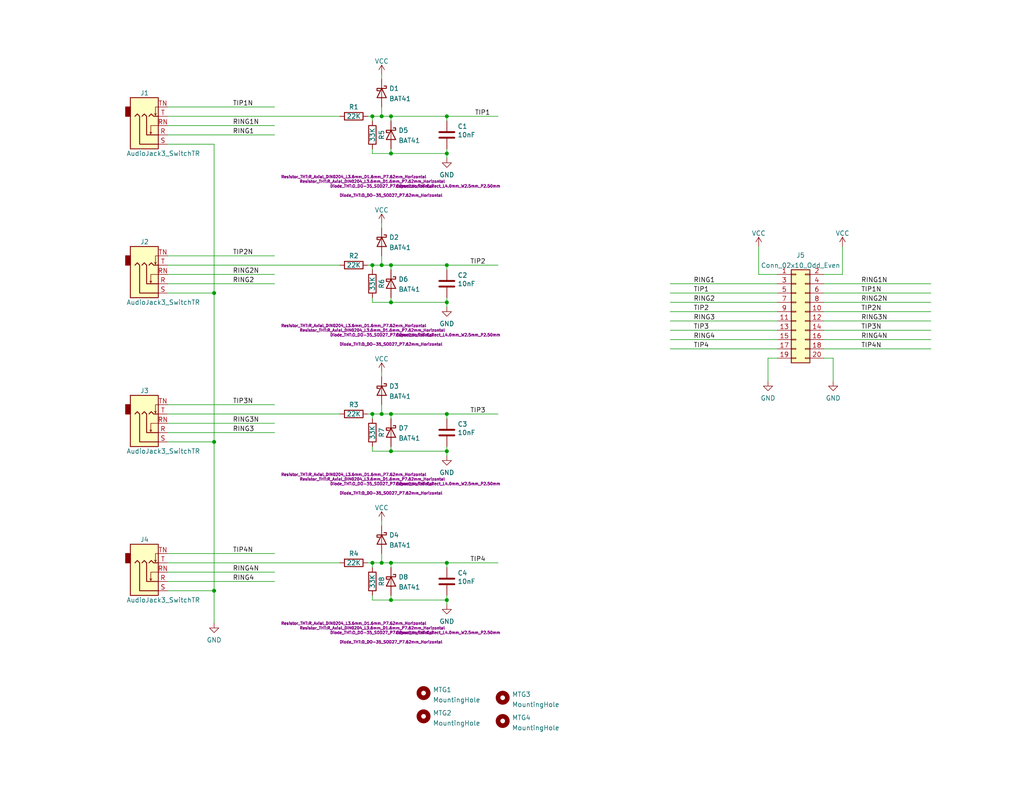
<source format=kicad_sch>
(kicad_sch (version 20211123) (generator eeschema)
  (paper "A")
  (title_block (date "2022-10-03") (rev "1"))
  (lib_symbols
    (symbol "Connector:AudioJack3_SwitchTR"
      (property "Reference" "J" (at 0 8.89 0))
      (property "Value" "AudioJack3_SwitchTR" (at 0 6.35 0))
      (symbol "AudioJack3_SwitchTR_0_1"
        (rectangle (start -5.08 -5.08) (end -6.35 -7.62) (stroke (width 0.254)) (fill (type outline)))
        (polyline (pts (xy 0.508 -0.254) (xy 0.762 -0.762)))
        (polyline (pts (xy 1.778 -5.334) (xy 2.032 -5.842)))
        (polyline (pts (xy 0 -5.08) (xy 0.635 -5.715) (xy 1.27 -5.08) (xy 2.54 -5.08)) (stroke (width 0.254)))
        (polyline (pts (xy 2.54 -7.62) (xy 1.778 -7.62) (xy 1.778 -5.334) (xy 1.524 -5.842)))
        (polyline (pts (xy 2.54 -2.54) (xy 0.508 -2.54) (xy 0.508 -0.254) (xy 0.254 -0.762)))
        (polyline (pts (xy -1.905 -5.08) (xy -1.27 -5.715) (xy -0.635 -5.08) (xy -0.635 0) (xy 2.54 0)) (stroke (width 0.254)))
        (polyline (pts (xy 2.54 2.54) (xy -2.54 2.54) (xy -2.54 -5.08) (xy -3.175 -5.715) (xy -3.81 -5.08)) (stroke (width 0.254)))
        (rectangle (start 2.54 3.81) (end -5.08 -10.16) (stroke (width 0.254)) (fill (type background)))
      )
      (symbol "AudioJack3_SwitchTR_1_1"
        (pin passive line (at 5.08 0 180) (length 2.54) (name "~") (number "R"))
        (pin passive line (at 5.08 -2.54 180) (length 2.54) (name "~") (number "RN"))
        (pin passive line (at 5.08 2.54 180) (length 2.54) (name "~") (number "S"))
        (pin passive line (at 5.08 -5.08 180) (length 2.54) (name "~") (number "T"))
        (pin passive line (at 5.08 -7.62 180) (length 2.54) (name "~") (number "TN"))
      )
    )
    (symbol "Connector_Generic:Conn_02x10_Odd_Even" (pin_names (offset 1.016) hide)
      (property "Reference" "J" (at 1.27 12.7 0))
      (property "Value" "Conn_02x10_Odd_Even" (at 1.27 -15.24 0))
      (symbol "Conn_02x10_Odd_Even_1_1"
        (rectangle (start -1.27 -12.573) (end 0 -12.827) (stroke (width 0.1524)))
        (rectangle (start -1.27 -10.033) (end 0 -10.287) (stroke (width 0.1524)))
        (rectangle (start -1.27 -7.493) (end 0 -7.747) (stroke (width 0.1524)))
        (rectangle (start -1.27 -4.953) (end 0 -5.207) (stroke (width 0.1524)))
        (rectangle (start -1.27 -2.413) (end 0 -2.667) (stroke (width 0.1524)))
        (rectangle (start -1.27 0.127) (end 0 -0.127) (stroke (width 0.1524)))
        (rectangle (start -1.27 2.667) (end 0 2.413) (stroke (width 0.1524)))
        (rectangle (start -1.27 5.207) (end 0 4.953) (stroke (width 0.1524)))
        (rectangle (start -1.27 7.747) (end 0 7.493) (stroke (width 0.1524)))
        (rectangle (start -1.27 10.287) (end 0 10.033) (stroke (width 0.1524)))
        (rectangle (start -1.27 11.43) (end 3.81 -13.97) (stroke (width 0.254)) (fill (type background)))
        (rectangle (start 3.81 -12.573) (end 2.54 -12.827) (stroke (width 0.1524)))
        (rectangle (start 3.81 -10.033) (end 2.54 -10.287) (stroke (width 0.1524)))
        (rectangle (start 3.81 -7.493) (end 2.54 -7.747) (stroke (width 0.1524)))
        (rectangle (start 3.81 -4.953) (end 2.54 -5.207) (stroke (width 0.1524)))
        (rectangle (start 3.81 -2.413) (end 2.54 -2.667) (stroke (width 0.1524)))
        (rectangle (start 3.81 0.127) (end 2.54 -0.127) (stroke (width 0.1524)))
        (rectangle (start 3.81 2.667) (end 2.54 2.413) (stroke (width 0.1524)))
        (rectangle (start 3.81 5.207) (end 2.54 4.953) (stroke (width 0.1524)))
        (rectangle (start 3.81 7.747) (end 2.54 7.493) (stroke (width 0.1524)))
        (rectangle (start 3.81 10.287) (end 2.54 10.033) (stroke (width 0.1524)))
        (pin passive line (at -5.08 10.16 0) (length 3.81) (name "Pin_1") (number "1"))
        (pin passive line (at 7.62 0 180) (length 3.81) (name "Pin_10") (number "10"))
        (pin passive line (at -5.08 -2.54 0) (length 3.81) (name "Pin_11") (number "11"))
        (pin passive line (at 7.62 -2.54 180) (length 3.81) (name "Pin_12") (number "12"))
        (pin passive line (at -5.08 -5.08 0) (length 3.81) (name "Pin_13") (number "13"))
        (pin passive line (at 7.62 -5.08 180) (length 3.81) (name "Pin_14") (number "14"))
        (pin passive line (at -5.08 -7.62 0) (length 3.81) (name "Pin_15") (number "15"))
        (pin passive line (at 7.62 -7.62 180) (length 3.81) (name "Pin_16") (number "16"))
        (pin passive line (at -5.08 -10.16 0) (length 3.81) (name "Pin_17") (number "17"))
        (pin passive line (at 7.62 -10.16 180) (length 3.81) (name "Pin_18") (number "18"))
        (pin passive line (at -5.08 -12.7 0) (length 3.81) (name "Pin_19") (number "19"))
        (pin passive line (at 7.62 10.16 180) (length 3.81) (name "Pin_2") (number "2"))
        (pin passive line (at 7.62 -12.7 180) (length 3.81) (name "Pin_20") (number "20"))
        (pin passive line (at -5.08 7.62 0) (length 3.81) (name "Pin_3") (number "3"))
        (pin passive line (at 7.62 7.62 180) (length 3.81) (name "Pin_4") (number "4"))
        (pin passive line (at -5.08 5.08 0) (length 3.81) (name "Pin_5") (number "5"))
        (pin passive line (at 7.62 5.08 180) (length 3.81) (name "Pin_6") (number "6"))
        (pin passive line (at -5.08 2.54 0) (length 3.81) (name "Pin_7") (number "7"))
        (pin passive line (at 7.62 2.54 180) (length 3.81) (name "Pin_8") (number "8"))
        (pin passive line (at -5.08 0 0) (length 3.81) (name "Pin_9") (number "9"))
      )
    )
    (symbol "Device:C" (pin_numbers hide) (pin_names (offset 0.254))
      (property "Reference" "C" (at 0.635 2.54 0))
      (property "Value" "C" (at 0.635 -2.54 0))
      (symbol "C_0_1"
        (polyline (pts (xy -2.032 -0.762) (xy 2.032 -0.762)) (stroke (width 0.508)))
        (polyline (pts (xy -2.032 0.762) (xy 2.032 0.762)) (stroke (width 0.508)))
      )
      (symbol "C_1_1"
        (pin passive line (at 0 3.81 270) (length 2.794) (name "~") (number "1"))
        (pin passive line (at 0 -3.81 90) (length 2.794) (name "~") (number "2"))
      )
    )
    (symbol "Device:D_Schottky" (pin_numbers hide) (pin_names (offset 1.016) hide)
      (property "Reference" "D" (at 0 2.54 0))
      (property "Value" "D_Schottky" (at 0 -2.54 0))
      (symbol "D_Schottky_0_1"
        (polyline (pts (xy 1.27 0) (xy -1.27 0)))
        (polyline (pts (xy 1.27 1.27) (xy 1.27 -1.27) (xy -1.27 0) (xy 1.27 1.27)) (stroke (width 0.254)))
        (polyline (pts (xy -1.905 0.635) (xy -1.905 1.27) (xy -1.27 1.27) (xy -1.27 -1.27) (xy -0.635 -1.27) (xy -0.635 -0.635)) (stroke (width 0.254)))
      )
      (symbol "D_Schottky_1_1"
        (pin passive line (at -3.81 0 0) (length 2.54) (name "K") (number "1"))
        (pin passive line (at 3.81 0 180) (length 2.54) (name "A") (number "2"))
      )
    )
    (symbol "Device:R" (pin_numbers hide) (pin_names (offset 0))
      (property "Reference" "R" (at 2.032 0 90))
      (property "Value" "R" (at 0 0 90))
      (symbol "R_0_1"
        (rectangle (start -1.016 -2.54) (end 1.016 2.54) (stroke (width 0.254)))
      )
      (symbol "R_1_1"
        (pin passive line (at 0 3.81 270) (length 1.27) (name "~") (number "1"))
        (pin passive line (at 0 -3.81 90) (length 1.27) (name "~") (number "2"))
      )
    )
    (symbol "Mechanical:MountingHole" (pin_names (offset 1.016))
      (property "Reference" "H" (at 0 5.08 0))
      (property "Value" "MountingHole" (at 0 3.175 0))
      (symbol "MountingHole_0_1"
        (circle (center 0 0) (radius 1.27) (stroke (width 1.27)))
      )
    )
    (symbol "power:GND" (power) (pin_names (offset 0))
      (property "Value" "GND" (at 0 -3.81 0))
      (symbol "GND_0_1"
        (polyline (pts (xy 0 0) (xy 0 -1.27) (xy 1.27 -1.27) (xy 0 -2.54) (xy -1.27 -1.27) (xy 0 -1.27)))
      )
      (symbol "GND_1_1"
        (pin power_in line (at 0 0 270) (length 0) hide (name "GND") (number "1"))
      )
    )
    (symbol "power:VCC" (power) (pin_names (offset 0))
      (property "Value" "VCC" (at 0 3.81 0))
      (symbol "VCC_0_1"
        (polyline (pts (xy -0.762 1.27) (xy 0 2.54)))
        (polyline (pts (xy 0 0) (xy 0 2.54)))
        (polyline (pts (xy 0 2.54) (xy 0.762 1.27)))
      )
      (symbol "VCC_1_1"
        (pin power_in line (at 0 0 90) (length 0) hide (name "VCC") (number "1"))
      )
    )
  )
  (junction (at 121.92 153.67))
  (junction (at 121.92 163.83))
  (junction (at 106.68 41.91))
  (junction (at 121.92 72.39))
  (junction (at 106.68 123.19))
  (junction (at 106.68 113.03))
  (junction (at 106.68 31.75))
  (junction (at 121.92 113.03))
  (junction (at 121.92 123.19))
  (junction (at 121.92 41.91))
  (junction (at 104.14 31.75))
  (junction (at 104.14 72.39))
  (junction (at 106.68 72.39))
  (junction (at 58.42 80.01))
  (junction (at 106.68 153.67))
  (junction (at 121.92 31.75))
  (junction (at 106.68 163.83))
  (junction (at 58.42 161.29))
  (junction (at 106.68 82.55))
  (junction (at 121.92 82.55))
  (junction (at 101.6 113.03))
  (junction (at 101.6 153.67))
  (junction (at 104.14 113.03))
  (junction (at 58.42 120.65))
  (junction (at 101.6 72.39))
  (junction (at 101.6 31.75))
  (junction (at 104.14 153.67))
  (wire (pts (xy 101.6 113.03) (xy 101.6 114.3)))
  (wire (pts (xy 100.33 153.67) (xy 101.6 153.67)))
  (wire (pts (xy 121.92 113.03) (xy 106.68 113.03)))
  (wire (pts (xy 100.33 72.39) (xy 101.6 72.39)))
  (wire (pts (xy 135.89 72.39) (xy 121.92 72.39)))
  (wire (pts (xy 58.42 39.37) (xy 58.42 80.01)))
  (wire (pts (xy 106.68 121.92) (xy 106.68 123.19)))
  (wire (pts (xy 121.92 40.64) (xy 121.92 41.91)))
  (wire (pts (xy 121.92 121.92) (xy 121.92 123.19)))
  (wire (pts (xy 106.68 72.39) (xy 106.68 73.66)))
  (wire (pts (xy 182.88 82.55) (xy 212.09 82.55)))
  (wire (pts (xy 45.72 39.37) (xy 58.42 39.37)))
  (wire (pts (xy 45.72 36.83) (xy 74.93 36.83)))
  (wire (pts (xy 45.72 151.13) (xy 74.93 151.13)))
  (wire (pts (xy 212.09 97.79) (xy 209.55 97.79)))
  (wire (pts (xy 104.14 31.75) (xy 106.68 31.75)))
  (wire (pts (xy 45.72 118.11) (xy 74.93 118.11)))
  (wire (pts (xy 101.6 31.75) (xy 104.14 31.75)))
  (wire (pts (xy 121.92 162.56) (xy 121.92 163.83)))
  (wire (pts (xy 182.88 92.71) (xy 212.09 92.71)))
  (wire (pts (xy 182.88 80.01) (xy 212.09 80.01)))
  (wire (pts (xy 100.33 31.75) (xy 101.6 31.75)))
  (wire (pts (xy 121.92 73.66) (xy 121.92 72.39)))
  (wire (pts (xy 224.79 92.71) (xy 254 92.71)))
  (wire (pts (xy 101.6 31.75) (xy 101.6 33.02)))
  (wire (pts (xy 100.33 113.03) (xy 101.6 113.03)))
  (wire (pts (xy 182.88 95.25) (xy 212.09 95.25)))
  (wire (pts (xy 101.6 113.03) (xy 104.14 113.03)))
  (wire (pts (xy 106.68 41.91) (xy 121.92 41.91)))
  (wire (pts (xy 101.6 163.83) (xy 101.6 162.56)))
  (wire (pts (xy 212.09 74.93) (xy 207.01 74.93)))
  (wire (pts (xy 104.14 142.24) (xy 104.14 143.51)))
  (wire (pts (xy 58.42 120.65) (xy 58.42 161.29)))
  (wire (pts (xy 135.89 31.75) (xy 121.92 31.75)))
  (wire (pts (xy 45.72 113.03) (xy 92.71 113.03)))
  (wire (pts (xy 121.92 72.39) (xy 106.68 72.39)))
  (wire (pts (xy 45.72 153.67) (xy 92.71 153.67)))
  (wire (pts (xy 45.72 156.21) (xy 74.93 156.21)))
  (wire (pts (xy 121.92 81.28) (xy 121.92 82.55)))
  (wire (pts (xy 104.14 101.6) (xy 104.14 102.87)))
  (wire (pts (xy 182.88 87.63) (xy 212.09 87.63)))
  (wire (pts (xy 106.68 82.55) (xy 101.6 82.55)))
  (wire (pts (xy 121.92 33.02) (xy 121.92 31.75)))
  (wire (pts (xy 121.92 123.19) (xy 121.92 124.46)))
  (wire (pts (xy 45.72 161.29) (xy 58.42 161.29)))
  (wire (pts (xy 104.14 29.21) (xy 104.14 31.75)))
  (wire (pts (xy 45.72 72.39) (xy 92.71 72.39)))
  (wire (pts (xy 45.72 77.47) (xy 74.93 77.47)))
  (wire (pts (xy 45.72 115.57) (xy 74.93 115.57)))
  (wire (pts (xy 224.79 74.93) (xy 229.87 74.93)))
  (wire (pts (xy 106.68 123.19) (xy 121.92 123.19)))
  (wire (pts (xy 106.68 81.28) (xy 106.68 82.55)))
  (wire (pts (xy 182.88 85.09) (xy 212.09 85.09)))
  (wire (pts (xy 104.14 110.49) (xy 104.14 113.03)))
  (wire (pts (xy 45.72 29.21) (xy 74.93 29.21)))
  (wire (pts (xy 121.92 163.83) (xy 121.92 165.1)))
  (wire (pts (xy 58.42 80.01) (xy 58.42 120.65)))
  (wire (pts (xy 121.92 154.94) (xy 121.92 153.67)))
  (wire (pts (xy 227.33 97.79) (xy 227.33 104.14)))
  (wire (pts (xy 104.14 60.96) (xy 104.14 62.23)))
  (wire (pts (xy 106.68 40.64) (xy 106.68 41.91)))
  (wire (pts (xy 45.72 80.01) (xy 58.42 80.01)))
  (wire (pts (xy 106.68 163.83) (xy 101.6 163.83)))
  (wire (pts (xy 121.92 82.55) (xy 121.92 83.82)))
  (wire (pts (xy 229.87 67.31) (xy 229.87 74.93)))
  (wire (pts (xy 104.14 72.39) (xy 106.68 72.39)))
  (wire (pts (xy 106.68 123.19) (xy 101.6 123.19)))
  (wire (pts (xy 104.14 113.03) (xy 106.68 113.03)))
  (wire (pts (xy 224.79 90.17) (xy 254 90.17)))
  (wire (pts (xy 45.72 74.93) (xy 74.93 74.93)))
  (wire (pts (xy 101.6 153.67) (xy 104.14 153.67)))
  (wire (pts (xy 45.72 120.65) (xy 58.42 120.65)))
  (wire (pts (xy 104.14 153.67) (xy 106.68 153.67)))
  (wire (pts (xy 106.68 113.03) (xy 106.68 114.3)))
  (wire (pts (xy 135.89 113.03) (xy 121.92 113.03)))
  (wire (pts (xy 224.79 87.63) (xy 254 87.63)))
  (wire (pts (xy 45.72 31.75) (xy 92.71 31.75)))
  (wire (pts (xy 182.88 90.17) (xy 212.09 90.17)))
  (wire (pts (xy 135.89 153.67) (xy 121.92 153.67)))
  (wire (pts (xy 45.72 158.75) (xy 74.93 158.75)))
  (wire (pts (xy 45.72 69.85) (xy 74.93 69.85)))
  (wire (pts (xy 104.14 20.32) (xy 104.14 21.59)))
  (wire (pts (xy 224.79 82.55) (xy 254 82.55)))
  (wire (pts (xy 121.92 41.91) (xy 121.92 43.18)))
  (wire (pts (xy 106.68 163.83) (xy 121.92 163.83)))
  (wire (pts (xy 224.79 95.25) (xy 254 95.25)))
  (wire (pts (xy 106.68 41.91) (xy 101.6 41.91)))
  (wire (pts (xy 224.79 80.01) (xy 254 80.01)))
  (wire (pts (xy 101.6 82.55) (xy 101.6 81.28)))
  (wire (pts (xy 101.6 72.39) (xy 104.14 72.39)))
  (wire (pts (xy 224.79 85.09) (xy 254 85.09)))
  (wire (pts (xy 224.79 97.79) (xy 227.33 97.79)))
  (wire (pts (xy 121.92 31.75) (xy 106.68 31.75)))
  (wire (pts (xy 121.92 153.67) (xy 106.68 153.67)))
  (wire (pts (xy 104.14 69.85) (xy 104.14 72.39)))
  (wire (pts (xy 101.6 153.67) (xy 101.6 154.94)))
  (wire (pts (xy 45.72 110.49) (xy 74.93 110.49)))
  (wire (pts (xy 207.01 67.31) (xy 207.01 74.93)))
  (wire (pts (xy 224.79 77.47) (xy 254 77.47)))
  (wire (pts (xy 101.6 72.39) (xy 101.6 73.66)))
  (wire (pts (xy 106.68 82.55) (xy 121.92 82.55)))
  (wire (pts (xy 106.68 153.67) (xy 106.68 154.94)))
  (wire (pts (xy 106.68 162.56) (xy 106.68 163.83)))
  (wire (pts (xy 121.92 114.3) (xy 121.92 113.03)))
  (wire (pts (xy 45.72 34.29) (xy 74.93 34.29)))
  (wire (pts (xy 101.6 123.19) (xy 101.6 121.92)))
  (wire (pts (xy 209.55 97.79) (xy 209.55 104.14)))
  (wire (pts (xy 182.88 77.47) (xy 212.09 77.47)))
  (wire (pts (xy 104.14 151.13) (xy 104.14 153.67)))
  (wire (pts (xy 101.6 41.91) (xy 101.6 40.64)))
  (wire (pts (xy 106.68 31.75) (xy 106.68 33.02)))
  (wire (pts (xy 58.42 161.29) (xy 58.42 170.18)))
  (label "RING4N" (at 234.95 92.71 0))
  (label "RING2N" (at 234.95 82.55 0))
  (label "TIP4N" (at 63.5 151.13 0))
  (label "RING2N" (at 63.5 74.93 0))
  (label "TIP1N" (at 234.95 80.01 0))
  (label "RING1N" (at 234.95 77.47 0))
  (label "RING3" (at 189.23 87.63 0))
  (label "TIP3" (at 189.23 90.17 0))
  (label "TIP4" (at 189.23 95.25 0))
  (label "TIP2" (at 128.27 72.39 0))
  (label "TIP1" (at 129.54 31.75 0))
  (label "TIP4" (at 128.27 153.67 0))
  (label "RING2" (at 189.23 82.55 0))
  (label "RING3" (at 63.5 118.11 0))
  (label "TIP2" (at 189.23 85.09 0))
  (label "TIP1N" (at 63.5 29.21 0))
  (label "TIP3N" (at 63.5 110.49 0))
  (label "RING4" (at 63.5 158.75 0))
  (label "TIP2N" (at 234.95 85.09 0))
  (label "RING3N" (at 234.95 87.63 0))
  (label "RING3N" (at 63.5 115.57 0))
  (label "RING1" (at 63.5 36.83 0))
  (label "RING2" (at 63.5 77.47 0))
  (label "RING1" (at 189.23 77.47 0))
  (label "RING4N" (at 63.5 156.21 0))
  (label "RING1N" (at 63.5 34.29 0))
  (label "TIP4N" (at 234.95 95.25 0))
  (label "TIP3N" (at 234.95 90.17 0))
  (label "TIP1" (at 189.23 80.01 0))
  (label "TIP2N" (at 63.5 69.85 0))
  (label "TIP3" (at 128.27 113.03 0))
  (label "RING4" (at 189.23 92.71 0))
  (symbol (lib_id "Device:R") (at 101.6 158.75 180) (unit 1)
    (property "Reference" "R8" (at 104.14 158.75 90))
    (property "Value" "33K" (at 101.6 158.75 90))
    (property "Footprint" "Resistor_THT:R_Axial_DIN0204_L3.6mm_D1.6mm_P7.62mm_Horizontal" (at 101.6 171.45 0) (effects (font (size 0.762 0.762))))
    (property "Datasheet" "https://www.mouser.com/ProductDetail/Xicon/299-33K-RC?qs=33VvRrBYlfL73DHymUL5Hg%3D%3D" (effects hide))
  )
  (symbol (lib_id "power:GND") (at 121.92 83.82 0) (unit 1)
    (property "Reference" "#PWR0106" (effects hide))
    (property "Value" "GND" (at 121.92 88.3825 0))
  )
  (symbol (lib_id "power:GND") (at 209.55 104.14 0) (unit 1)
    (property "Reference" "#PWR0110" (effects hide))
    (property "Value" "GND" (at 209.55 108.7025 0))
  )
  (symbol (lib_id "power:VCC") (at 104.14 60.96 0) (unit 1)
    (property "Reference" "#PWR0112" (effects hide))
    (property "Value" "VCC" (at 104.14 57.3555 0))
  )
  (symbol (lib_id "power:GND") (at 121.92 124.46 0) (unit 1)
    (property "Reference" "#PWR0103" (effects hide))
    (property "Value" "GND" (at 121.92 129.0225 0))
  )
  (symbol (lib_id "Device:R") (at 96.52 31.75 90) (unit 1)
    (property "Reference" "R1" (at 96.52 29.21 90))
    (property "Value" "22K" (at 96.52 31.75 90))
    (property "Footprint" "Resistor_THT:R_Axial_DIN0204_L3.6mm_D1.6mm_P7.62mm_Horizontal" (at 96.52 48.26 90) (effects (font (size 0.762 0.762))))
    (property "Datasheet" "https://www.mouser.com/ProductDetail/Xicon/299-22K-RC?qs=TIe0t8ne477uPubRcnOArw%3D%3D" (effects hide))
  )
  (symbol (lib_id "power:VCC") (at 229.87 67.31 0) (unit 1)
    (property "Reference" "#PWR0105" (effects hide))
    (property "Value" "VCC" (at 229.87 63.7055 0))
  )
  (symbol (lib_id "Connector:AudioJack3_SwitchTR") (at 40.64 77.47 0) (mirror x) (unit 1)
    (property "Reference" "J2" (at 40.64 66.04 0) (effects (justify right)))
    (property "Value" "AudioJack3_SwitchTR" (at 54.61 82.55 0) (effects (justify right)))
    (property "Footprint" "LandBoards_Conns:Jack_3.5mm_CUI_SJ1-3523N_Horizontal" (effects hide))
  )
  (symbol (lib_id "Device:D_Schottky") (at 106.68 118.11 270) (unit 1)
    (property "Reference" "D7" (at 108.712 116.884 90) (effects (justify left)))
    (property "Value" "BAT41" (at 108.712 119.6591 90) (effects (justify left)))
    (property "Footprint" "Diode_THT:D_DO-35_SOD27_P7.62mm_Horizontal" (at 106.68 134.62 90) (effects (font (size 0.762 0.762))))
    (property "Datasheet" "https://www.mouser.com/ProductDetail/511-BAT41" (effects hide))
  )
  (symbol (lib_id "Device:C") (at 121.92 36.83 0) (unit 1)
    (property "Reference" "C1" (at 124.841 34.5186 0) (effects (justify left)))
    (property "Value" "10nF" (at 124.841 36.83 0) (effects (justify left)))
    (property "Footprint" "Capacitor_THT:C_Rect_L4.0mm_W2.5mm_P2.50mm" (at 107.95 50.8 0) (effects (font (size 0.762 0.762)) (justify left)))
    (property "Datasheet" "https://www.mouser.com/ProductDetail/594-K103K10X7RF53L2" (effects hide))
  )
  (symbol (lib_id "Device:D_Schottky") (at 106.68 77.47 270) (unit 1)
    (property "Reference" "D6" (at 108.712 76.244 90) (effects (justify left)))
    (property "Value" "BAT41" (at 108.712 79.0191 90) (effects (justify left)))
    (property "Footprint" "Diode_THT:D_DO-35_SOD27_P7.62mm_Horizontal" (at 106.68 93.98 90) (effects (font (size 0.762 0.762))))
    (property "Datasheet" "https://www.mouser.com/ProductDetail/511-BAT41" (effects hide))
  )
  (symbol (lib_id "Device:C") (at 121.92 77.47 0) (unit 1)
    (property "Reference" "C2" (at 124.841 75.1586 0) (effects (justify left)))
    (property "Value" "10nF" (at 124.841 77.47 0) (effects (justify left)))
    (property "Footprint" "Capacitor_THT:C_Rect_L4.0mm_W2.5mm_P2.50mm" (at 107.95 91.44 0) (effects (font (size 0.762 0.762)) (justify left)))
    (property "Datasheet" "https://www.mouser.com/ProductDetail/594-K103K10X7RF53L2" (effects hide))
  )
  (symbol (lib_id "power:VCC") (at 207.01 67.31 0) (unit 1)
    (property "Reference" "#PWR0109" (effects hide))
    (property "Value" "VCC" (at 207.01 63.7055 0))
  )
  (symbol (lib_id "power:VCC") (at 104.14 20.32 0) (unit 1)
    (property "Reference" "#PWR0113" (effects hide))
    (property "Value" "VCC" (at 104.14 16.7155 0))
  )
  (symbol (lib_id "Connector:AudioJack3_SwitchTR") (at 40.64 158.75 0) (mirror x) (unit 1)
    (property "Reference" "J4" (at 40.64 147.32 0) (effects (justify right)))
    (property "Value" "AudioJack3_SwitchTR" (at 54.61 163.83 0) (effects (justify right)))
    (property "Footprint" "LandBoards_Conns:Jack_3.5mm_CUI_SJ1-3523N_Horizontal" (effects hide))
  )
  (symbol (lib_id "power:VCC") (at 104.14 142.24 0) (unit 1)
    (property "Reference" "#PWR0107" (effects hide))
    (property "Value" "VCC" (at 104.14 138.6355 0))
  )
  (symbol (lib_id "Mechanical:MountingHole") (at 137.16 190.5 0) (unit 1)
    (property "Reference" "MTG3" (at 139.7 189.5915 0) (effects (justify left)))
    (property "Value" "MountingHole" (at 139.7 192.3666 0) (effects (justify left)))
    (property "Footprint" "LandBoards_MountHoles:MTG-4-40" (effects hide))
  )
  (symbol (lib_id "power:GND") (at 227.33 104.14 0) (unit 1)
    (property "Reference" "#PWR0101" (effects hide))
    (property "Value" "GND" (at 227.33 108.7025 0))
  )
  (symbol (lib_id "Device:R") (at 96.52 153.67 90) (unit 1)
    (property "Reference" "R4" (at 96.52 151.13 90))
    (property "Value" "22K" (at 96.52 153.67 90))
    (property "Footprint" "Resistor_THT:R_Axial_DIN0204_L3.6mm_D1.6mm_P7.62mm_Horizontal" (at 96.52 170.18 90) (effects (font (size 0.762 0.762))))
    (property "Datasheet" "https://www.mouser.com/ProductDetail/Xicon/299-22K-RC?qs=TIe0t8ne477uPubRcnOArw%3D%3D" (effects hide))
  )
  (symbol (lib_id "Device:R") (at 96.52 113.03 90) (unit 1)
    (property "Reference" "R3" (at 96.52 110.49 90))
    (property "Value" "22K" (at 96.52 113.03 90))
    (property "Footprint" "Resistor_THT:R_Axial_DIN0204_L3.6mm_D1.6mm_P7.62mm_Horizontal" (at 96.52 129.54 90) (effects (font (size 0.762 0.762))))
    (property "Datasheet" "https://www.mouser.com/ProductDetail/Xicon/299-22K-RC?qs=TIe0t8ne477uPubRcnOArw%3D%3D" (effects hide))
  )
  (symbol (lib_id "Device:D_Schottky") (at 106.68 36.83 270) (unit 1)
    (property "Reference" "D5" (at 108.712 35.604 90) (effects (justify left)))
    (property "Value" "BAT41" (at 108.712 38.3791 90) (effects (justify left)))
    (property "Footprint" "Diode_THT:D_DO-35_SOD27_P7.62mm_Horizontal" (at 106.68 53.34 90) (effects (font (size 0.762 0.762))))
    (property "Datasheet" "https://www.mouser.com/ProductDetail/511-BAT41" (effects hide))
  )
  (symbol (lib_id "Mechanical:MountingHole") (at 115.57 195.58 0) (unit 1)
    (property "Reference" "MTG2" (at 118.11 194.6715 0) (effects (justify left)))
    (property "Value" "MountingHole" (at 118.11 197.4466 0) (effects (justify left)))
    (property "Footprint" "LandBoards_MountHoles:MTG-4-40" (effects hide))
  )
  (symbol (lib_id "Device:R") (at 101.6 36.83 180) (unit 1)
    (property "Reference" "R5" (at 104.14 36.83 90))
    (property "Value" "33K" (at 101.6 36.83 90))
    (property "Footprint" "Resistor_THT:R_Axial_DIN0204_L3.6mm_D1.6mm_P7.62mm_Horizontal" (at 101.6 49.53 0) (effects (font (size 0.762 0.762))))
    (property "Datasheet" "https://www.mouser.com/ProductDetail/Xicon/299-33K-RC?qs=33VvRrBYlfL73DHymUL5Hg%3D%3D" (effects hide))
  )
  (symbol (lib_id "power:GND") (at 121.92 43.18 0) (unit 1)
    (property "Reference" "#PWR0111" (effects hide))
    (property "Value" "GND" (at 121.92 47.7425 0))
  )
  (symbol (lib_id "Connector:AudioJack3_SwitchTR") (at 40.64 36.83 0) (mirror x) (unit 1)
    (property "Reference" "J1" (at 40.64 25.4 0) (effects (justify right)))
    (property "Value" "AudioJack3_SwitchTR" (at 54.61 41.91 0) (effects (justify right)))
    (property "Footprint" "LandBoards_Conns:Jack_3.5mm_CUI_SJ1-3523N_Horizontal" (effects hide))
  )
  (symbol (lib_id "power:GND") (at 58.42 170.18 0) (unit 1)
    (property "Reference" "#PWR0102" (effects hide))
    (property "Value" "GND" (at 58.42 174.7425 0))
  )
  (symbol (lib_id "power:GND") (at 121.92 165.1 0) (unit 1)
    (property "Reference" "#PWR0104" (effects hide))
    (property "Value" "GND" (at 121.92 169.6625 0))
  )
  (symbol (lib_id "power:VCC") (at 104.14 101.6 0) (unit 1)
    (property "Reference" "#PWR0108" (effects hide))
    (property "Value" "VCC" (at 104.14 97.9955 0))
  )
  (symbol (lib_id "Device:R") (at 101.6 118.11 180) (unit 1)
    (property "Reference" "R7" (at 104.14 118.11 90))
    (property "Value" "33K" (at 101.6 118.11 90))
    (property "Footprint" "Resistor_THT:R_Axial_DIN0204_L3.6mm_D1.6mm_P7.62mm_Horizontal" (at 101.6 130.81 0) (effects (font (size 0.762 0.762))))
    (property "Datasheet" "https://www.mouser.com/ProductDetail/Xicon/299-33K-RC?qs=33VvRrBYlfL73DHymUL5Hg%3D%3D" (effects hide))
  )
  (symbol (lib_id "Device:D_Schottky") (at 104.14 66.04 270) (unit 1)
    (property "Reference" "D2" (at 106.172 64.814 90) (effects (justify left)))
    (property "Value" "BAT41" (at 106.172 67.5891 90) (effects (justify left)))
    (property "Footprint" "Diode_THT:D_DO-35_SOD27_P7.62mm_Horizontal" (at 104.14 91.44 90) (effects (font (size 0.762 0.762))))
    (property "Datasheet" "https://www.mouser.com/ProductDetail/511-BAT41" (effects hide))
  )
  (symbol (lib_id "Device:D_Schottky") (at 104.14 25.4 270) (unit 1)
    (property "Reference" "D1" (at 106.172 24.174 90) (effects (justify left)))
    (property "Value" "BAT41" (at 106.172 26.9491 90) (effects (justify left)))
    (property "Footprint" "Diode_THT:D_DO-35_SOD27_P7.62mm_Horizontal" (at 104.14 50.8 90) (effects (font (size 0.762 0.762))))
    (property "Datasheet" "https://www.mouser.com/ProductDetail/511-BAT41" (effects hide))
  )
  (symbol (lib_id "Mechanical:MountingHole") (at 137.16 196.85 0) (unit 1)
    (property "Reference" "MTG4" (at 139.7 195.9415 0) (effects (justify left)))
    (property "Value" "MountingHole" (at 139.7 198.7166 0) (effects (justify left)))
    (property "Footprint" "LandBoards_MountHoles:MTG-4-40" (effects hide))
  )
  (symbol (lib_id "Device:R") (at 101.6 77.47 180) (unit 1)
    (property "Reference" "R6" (at 104.14 77.47 90))
    (property "Value" "33K" (at 101.6 77.47 90))
    (property "Footprint" "Resistor_THT:R_Axial_DIN0204_L3.6mm_D1.6mm_P7.62mm_Horizontal" (at 101.6 90.17 0) (effects (font (size 0.762 0.762))))
    (property "Datasheet" "https://www.mouser.com/ProductDetail/Xicon/299-33K-RC?qs=33VvRrBYlfL73DHymUL5Hg%3D%3D" (effects hide))
  )
  (symbol (lib_id "Device:D_Schottky") (at 104.14 106.68 270) (unit 1)
    (property "Reference" "D3" (at 106.172 105.454 90) (effects (justify left)))
    (property "Value" "BAT41" (at 106.172 108.2291 90) (effects (justify left)))
    (property "Footprint" "Diode_THT:D_DO-35_SOD27_P7.62mm_Horizontal" (at 104.14 132.08 90) (effects (font (size 0.762 0.762))))
    (property "Datasheet" "https://www.mouser.com/ProductDetail/511-BAT41" (effects hide))
  )
  (symbol (lib_id "Device:D_Schottky") (at 106.68 158.75 270) (unit 1)
    (property "Reference" "D8" (at 108.712 157.524 90) (effects (justify left)))
    (property "Value" "BAT41" (at 108.712 160.2991 90) (effects (justify left)))
    (property "Footprint" "Diode_THT:D_DO-35_SOD27_P7.62mm_Horizontal" (at 106.68 175.26 90) (effects (font (size 0.762 0.762))))
    (property "Datasheet" "https://www.mouser.com/ProductDetail/511-BAT41" (effects hide))
  )
  (symbol (lib_id "Device:C") (at 121.92 158.75 0) (unit 1)
    (property "Reference" "C4" (at 124.841 156.4386 0) (effects (justify left)))
    (property "Value" "10nF" (at 124.841 158.75 0) (effects (justify left)))
    (property "Footprint" "Capacitor_THT:C_Rect_L4.0mm_W2.5mm_P2.50mm" (at 107.95 172.72 0) (effects (font (size 0.762 0.762)) (justify left)))
    (property "Datasheet" "https://www.mouser.com/ProductDetail/594-K103K10X7RF53L2" (effects hide))
  )
  (symbol (lib_id "Device:D_Schottky") (at 104.14 147.32 270) (unit 1)
    (property "Reference" "D4" (at 106.172 146.094 90) (effects (justify left)))
    (property "Value" "BAT41" (at 106.172 148.8691 90) (effects (justify left)))
    (property "Footprint" "Diode_THT:D_DO-35_SOD27_P7.62mm_Horizontal" (at 104.14 172.72 90) (effects (font (size 0.762 0.762))))
    (property "Datasheet" "https://www.mouser.com/ProductDetail/511-BAT41" (effects hide))
  )
  (symbol (lib_id "Mechanical:MountingHole") (at 115.57 189.23 0) (unit 1)
    (property "Reference" "MTG1" (at 118.11 188.3215 0) (effects (justify left)))
    (property "Value" "MountingHole" (at 118.11 191.0966 0) (effects (justify left)))
    (property "Footprint" "LandBoards_MountHoles:MTG-4-40" (effects hide))
  )
  (symbol (lib_id "Connector_Generic:Conn_02x10_Odd_Even") (at 217.17 85.09 0) (unit 1)
    (property "Reference" "J5" (at 218.44 69.6935 0))
    (property "Value" "Conn_02x10_Odd_Even" (at 218.44 72.4686 0))
    (property "Footprint" "Connector_PinHeader_2.54mm:PinHeader_1x20_P2.54mm_Vertical" (effects hide))
  )
  (symbol (lib_id "Connector:AudioJack3_SwitchTR") (at 40.64 118.11 0) (mirror x) (unit 1)
    (property "Reference" "J3" (at 40.64 106.68 0) (effects (justify right)))
    (property "Value" "AudioJack3_SwitchTR" (at 54.61 123.19 0) (effects (justify right)))
    (property "Footprint" "LandBoards_Conns:Jack_3.5mm_CUI_SJ1-3523N_Horizontal" (effects hide))
  )
  (symbol (lib_id "Device:R") (at 96.52 72.39 90) (unit 1)
    (property "Reference" "R2" (at 96.52 69.85 90))
    (property "Value" "22K" (at 96.52 72.39 90))
    (property "Footprint" "Resistor_THT:R_Axial_DIN0204_L3.6mm_D1.6mm_P7.62mm_Horizontal" (at 96.52 88.9 90) (effects (font (size 0.762 0.762))))
    (property "Datasheet" "https://www.mouser.com/ProductDetail/Xicon/299-22K-RC?qs=TIe0t8ne477uPubRcnOArw%3D%3D" (effects hide))
  )
  (symbol (lib_id "Device:C") (at 121.92 118.11 0) (unit 1)
    (property "Reference" "C3" (at 124.841 115.7986 0) (effects (justify left)))
    (property "Value" "10nF" (at 124.841 118.11 0) (effects (justify left)))
    (property "Footprint" "Capacitor_THT:C_Rect_L4.0mm_W2.5mm_P2.50mm" (at 107.95 132.08 0) (effects (font (size 0.762 0.762)) (justify left)))
    (property "Datasheet" "https://www.mouser.com/ProductDetail/594-K103K10X7RF53L2" (effects hide))
  )
)
</source>
